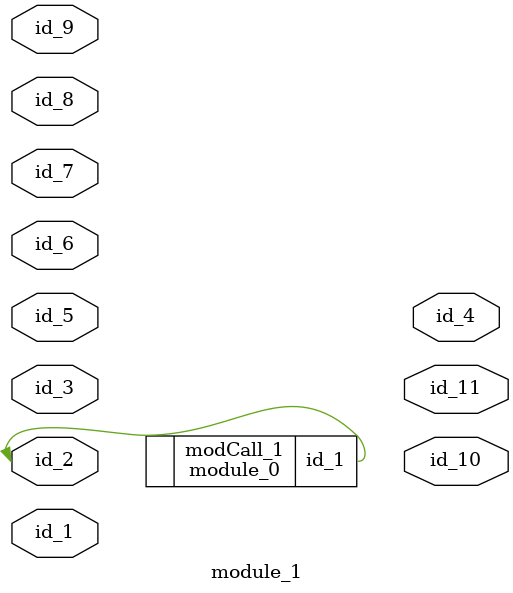
<source format=v>
module module_0 (
    id_1
);
  output wire id_1;
  wire id_2;
endmodule
module module_1 (
    id_1,
    id_2,
    id_3,
    id_4,
    id_5,
    id_6,
    id_7,
    id_8,
    id_9,
    id_10,
    id_11
);
  output wire id_11;
  output wire id_10;
  input wire id_9;
  inout wire id_8;
  input wire id_7;
  input wire id_6;
  inout wire id_5;
  output wire id_4;
  inout wire id_3;
  inout wire id_2;
  inout wire id_1;
  module_0 modCall_1 (id_2);
endmodule

</source>
